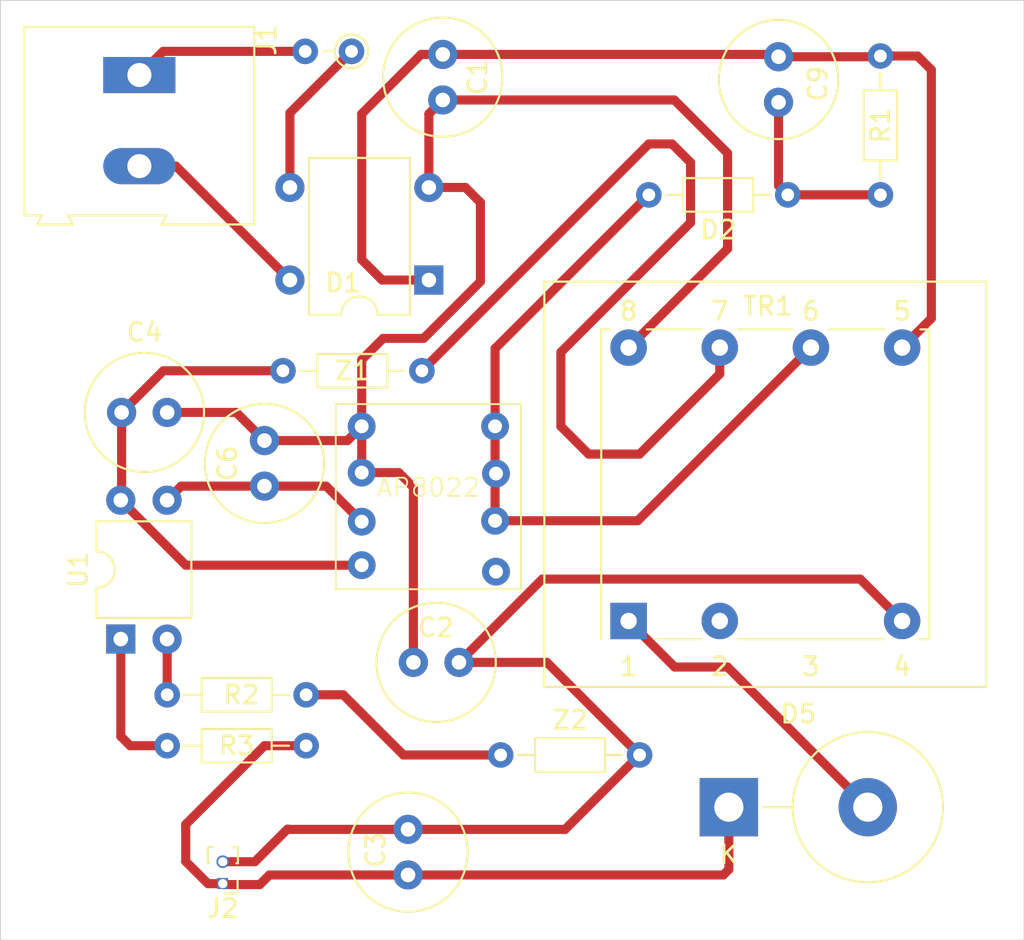
<source format=kicad_pcb>
(kicad_pcb (version 20240108) (generator "pcbnew") (generator_version "8.0")
  (layers (0 "F.Cu" signal) (31 "B.Cu" signal) (34 "B.Paste" user) (35 "F.Paste" user) (36 "B.SilkS" user "B.Silkscreen") (37 "F.SilkS" user "F.Silkscreen") (38 "B.Mask" user) (39 "F.Mask" user) (44 "Edge.Cuts" user))
  (net 0 "")
  (net 1 "Net-(D1-+)")
  (net 2 "GND")
  (net 3 "Net-(D5-K)")
  (net 4 "Net-(AP8022-FB)")
  (net 5 "Net-(AP8022-vdd)")
  (net 6 "Net-(D5-A)")
  (net 7 "Net-(D2-K)")
  (net 8 "Net-(J1-Pin_2)")
  (net 9 "Net-(D2-A)")
  (net 11 "Net-(J1-Pin_1)")
  (net 12 "Net-(R2-Pad2)")
  (net 13 "Net-(R3-Pad2)")
  (net 14 "Net-(D1-Pad3)")
  (net 15 "Net-(J2-Pin_2)")
  (net 16 "Net-(Z2-K)")
  (net 17 "Net-(Z1-A)")
  (footprint "Resistor_THT:R_Axial_DIN0204_L3.6mm_D1.6mm_P2.54mm_Vertical" (layer "F.Cu") (at 103.328 30.226 180)
    (property "Reference" "TH1" (hide yes))
    (property "Value" "ntc10D" (hide yes))
    (fp_line (start 0.92 0) (end 1.54 0) (stroke (width 0.12)) (layer "F.SilkS"))
    (fp_circle (center 0 0) (end 0.92 0) (stroke (width 0.12)) (fill none) (layer "F.SilkS"))
    (pad "1" thru_hole circle (at 0 0 180) (size 1.4 1.4) (drill 0.7) (layers "*.Cu" "*.Mask") (net 14 "Net-(D1-Pad3)"))
    (pad "2" thru_hole oval (at 2.54 0 180) (size 1.4 1.4) (drill 0.7) (layers "*.Cu" "*.Mask") (net 11 "Net-(J1-Pin_1)"))
  )
  (footprint "Resistor_THT:R_Axial_DIN0204_L3.6mm_D1.6mm_P7.62mm_Horizontal" (layer "F.Cu") (at 132.334 30.48 -90)
    (property "Reference" "R1" (at 3.81 0 90) (layer "F.SilkS"))
    (property "Value" "100k" (hide yes))
    (fp_line (start 1.89 0.92) (end 5.73 0.92) (stroke (width 0.12)) (layer "F.SilkS"))
    (fp_line (start 5.73 0.92) (end 5.73 -0.92) (stroke (width 0.12)) (layer "F.SilkS"))
    (fp_line (start 0.94 0) (end 1.89 0) (stroke (width 0.12)) (layer "F.SilkS"))
    (fp_line (start 6.68 0) (end 5.73 0) (stroke (width 0.12)) (layer "F.SilkS"))
    (fp_line (start 1.89 -0.92) (end 1.89 0.92) (stroke (width 0.12)) (layer "F.SilkS"))
    (fp_line (start 5.73 -0.92) (end 1.89 -0.92) (stroke (width 0.12)) (layer "F.SilkS"))
    (pad "1" thru_hole circle (at 0 0 270) (size 1.4 1.4) (drill 0.7) (layers "*.Cu" "*.Mask") (net 1 "Net-(D1-+)"))
    (pad "2" thru_hole oval (at 7.62 0 270) (size 1.4 1.4) (drill 0.7) (layers "*.Cu" "*.Mask") (net 7 "Net-(D2-K)"))
  )
  (footprint "Capacitor_THT:C_Radial_D6.3mm_H11.0mm_P2.50mm" (layer "F.Cu") (at 90.718 50.038)
    (property "Reference" "C4" (at 1.25 -4.4 0) (layer "F.SilkS"))
    (property "Value" "100UF 50V")
    (fp_circle (center 1.25 0) (end 4.52 0) (stroke (width 0.12)) (fill none) (layer "F.SilkS"))
    (pad "1" thru_hole circle (at 0 0) (size 1.6 1.6) (drill 0.8) (layers "*.Cu" "*.Mask") (net 5 "Net-(AP8022-vdd)"))
    (pad "2" thru_hole circle (at 2.5 0) (size 1.6 1.6) (drill 0.8) (layers "*.Cu" "*.Mask") (net 2 "GND"))
  )
  (footprint "Capacitor_THT:C_Radial_D6.3mm_H11.0mm_P2.50mm" (layer "F.Cu") (at 126.746 30.52 -90)
    (property "Reference" "C9" (at 1.484 -2.159 90) (layer "F.SilkS"))
    (property "Value" "1nf(104)")
    (fp_circle (center 1.25 0) (end 4.52 0) (stroke (width 0.12)) (fill none) (layer "F.SilkS"))
    (pad "1" thru_hole circle (at 0 0 270) (size 1.6 1.6) (drill 0.8) (layers "*.Cu" "*.Mask") (net 1 "Net-(D1-+)"))
    (pad "2" thru_hole circle (at 2.5 0 270) (size 1.6 1.6) (drill 0.8) (layers "*.Cu" "*.Mask") (net 7 "Net-(D2-K)"))
  )
  (footprint "Capacitor_THT:C_Radial_D6.3mm_H11.0mm_P2.50mm" (layer "F.Cu") (at 106.426 75.418 90)
    (property "Reference" "C3" (at 1.377 -1.778 -90) (layer "F.SilkS"))
    (property "Value" "1000uf 10v")
    (fp_circle (center 1.25 0) (end 4.52 0) (stroke (width 0.12)) (fill none) (layer "F.SilkS"))
    (pad "1" thru_hole circle (at 0 0 90) (size 1.6 1.6) (drill 0.8) (layers "*.Cu" "*.Mask") (net 3 "Net-(D5-K)"))
    (pad "2" thru_hole circle (at 2.5 0 90) (size 1.6 1.6) (drill 0.8) (layers "*.Cu" "*.Mask") (net 15 "Net-(J2-Pin_2)"))
  )
  (footprint "Capacitor_THT:C_Radial_D6.3mm_H11.0mm_P2.50mm" (layer "F.Cu") (at 98.552 54.082 90)
    (property "Reference" "C6" (at 1.25 -2.032 -90) (layer "F.SilkS"))
    (property "Value" "470PF(471)")
    (fp_circle (center 1.25 0) (end 4.52 0) (stroke (width 0.12)) (fill none) (layer "F.SilkS"))
    (pad "1" thru_hole circle (at 0 0 90) (size 1.6 1.6) (drill 0.8) (layers "*.Cu" "*.Mask") (net 4 "Net-(AP8022-FB)"))
    (pad "2" thru_hole circle (at 2.5 0 90) (size 1.6 1.6) (drill 0.8) (layers "*.Cu" "*.Mask") (net 2 "GND"))
  )
  (footprint "Diode_THT:D_5KPW_P7.62mm_Vertical_KathodeUp" (layer "F.Cu") (at 124.022 71.698)
    (property "Reference" "D5" (at 3.81 -5.12 0) (layer "F.SilkS"))
    (property "Value" "sr360")
    (fp_line (start 3.5 0) (end 1.9 0) (stroke (width 0.12)) (layer "F.SilkS"))
    (fp_circle (center 7.62 0) (end 11.74 0) (stroke (width 0.12)) (fill none) (layer "F.SilkS"))
    (fp_text user "K" (at 0 2.6 0) (layer "F.SilkS"))
    (pad "1" thru_hole rect (at 0 0) (size 3.2 3.2) (drill 1.6) (layers "*.Cu" "*.Mask") (net 3 "Net-(D5-K)"))
    (pad "2" thru_hole oval (at 7.62 0) (size 3.2 3.2) (drill 1.6) (layers "*.Cu" "*.Mask") (net 6 "Net-(D5-A)"))
  )
  (footprint "Resistor_THT:R_Axial_DIN0204_L3.6mm_D1.6mm_P7.62mm_Horizontal" (layer "F.Cu") (at 100.838 65.532 180)
    (property "Reference" "R2" (at 3.556 0 180) (layer "F.SilkS"))
    (property "Value" "150R")
    (fp_line (start 6.68 0) (end 5.73 0) (stroke (width 0.12)) (layer "F.SilkS"))
    (fp_line (start 5.73 0.92) (end 5.73 -0.92) (stroke (width 0.12)) (layer "F.SilkS"))
    (fp_line (start 5.73 -0.92) (end 1.89 -0.92) (stroke (width 0.12)) (layer "F.SilkS"))
    (fp_line (start 1.89 0.92) (end 5.73 0.92) (stroke (width 0.12)) (layer "F.SilkS"))
    (fp_line (start 1.89 -0.92) (end 1.89 0.92) (stroke (width 0.12)) (layer "F.SilkS"))
    (fp_line (start 0.94 0) (end 1.89 0) (stroke (width 0.12)) (layer "F.SilkS"))
    (pad "1" thru_hole circle (at 0 0 180) (size 1.4 1.4) (drill 0.7) (layers "*.Cu" "*.Mask") (net 16 "Net-(Z2-K)"))
    (pad "2" thru_hole oval (at 7.62 0 180) (size 1.4 1.4) (drill 0.7) (layers "*.Cu" "*.Mask") (net 12 "Net-(R2-Pad2)"))
  )
  (footprint "Capacitor_Tantalum_SMD:ap8200" (layer "F.Cu") (at 107.5436 54.6608)
    (property "Reference" "AP8022" (at 0 -0.5 0) (layer "F.SilkS") (effects (font (thickness 0.1))))
    (property "Value" "~")
    (fp_line (start -5.08 -5.08) (end 0 -5.08) (stroke (width 0.1)) (layer "F.SilkS"))
    (fp_line (start -5.08 5.08) (end -5.08 -5.08) (stroke (width 0.1)) (layer "F.SilkS"))
    (fp_line (start 0 -5.08) (end 5.08 -5.08) (stroke (width 0.1)) (layer "F.SilkS"))
    (fp_line (start 5.08 -5.08) (end 5.08 5.08) (stroke (width 0.1)) (layer "F.SilkS"))
    (fp_line (start 5.08 5.08) (end -5.08 5.08) (stroke (width 0.1)) (layer "F.SilkS"))
    (pad "1" thru_hole circle (at -3.6576 -3.8608) (size 1.524 1.524) (drill 0.762) (layers "*.Cu" "*.Mask") (net 2 "GND"))
    (pad "2" thru_hole circle (at -3.6576 -1.3208) (size 1.524 1.524) (drill 0.762) (layers "*.Cu" "*.Mask") (net 2 "GND"))
    (pad "3" thru_hole circle (at -3.6576 1.3716) (size 1.524 1.524) (drill 0.762) (layers "*.Cu" "*.Mask") (net 4 "Net-(AP8022-FB)"))
    (pad "4" thru_hole circle (at -3.6576 3.7592) (size 1.524 1.524) (drill 0.762) (layers "*.Cu" "*.Mask") (net 5 "Net-(AP8022-vdd)"))
    (pad "5" thru_hole circle (at 3.7084 4.1148) (size 1.524 1.524) (drill 0.762) (layers "*.Cu" "*.Mask"))
    (pad "6" thru_hole circle (at 3.6576 1.3208) (size 1.524 1.524) (drill 0.762) (layers "*.Cu" "*.Mask") (net 9 "Net-(D2-A)"))
    (pad "7" thru_hole circle (at 3.7084 -1.27) (size 1.524 1.524) (drill 0.762) (layers "*.Cu" "*.Mask") (net 9 "Net-(D2-A)"))
    (pad "8" thru_hole circle (at 3.6576 -3.8608) (size 1.524 1.524) (drill 0.762) (layers "*.Cu" "*.Mask") (net 9 "Net-(D2-A)"))
  )
  (footprint "Capacitor_THT:C_Radial_D6.3mm_H11.0mm_P2.50mm" (layer "F.Cu") (at 106.72 63.754)
    (property "Reference" "C2" (at 1.23 -1.905 0) (layer "F.SilkS"))
    (property "Value" "2.2nF(222)")
    (fp_circle (center 1.25 0) (end 4.52 0) (stroke (width 0.12)) (fill none) (layer "F.SilkS"))
    (pad "1" thru_hole circle (at 0 0) (size 1.6 1.6) (drill 0.8) (layers "*.Cu" "*.Mask") (net 2 "GND"))
    (pad "2" thru_hole circle (at 2.5 0) (size 1.6 1.6) (drill 0.8) (layers "*.Cu" "*.Mask") (net 15 "Net-(J2-Pin_2)"))
  )
  (footprint "Capacitor_THT:C_Radial_D6.3mm_H11.0mm_P2.50mm" (layer "F.Cu") (at 108.331 30.393 -90)
    (property "Reference" "C1" (at 1.25 -1.905 90) (layer "F.SilkS"))
    (property "Value" "10uf 400v")
    (fp_circle (center 1.25 0) (end 4.52 0) (stroke (width 0.12)) (fill none) (layer "F.SilkS"))
    (pad "1" thru_hole circle (at 0 0 270) (size 1.6 1.6) (drill 0.8) (layers "*.Cu" "*.Mask") (net 1 "Net-(D1-+)"))
    (pad "2" thru_hole circle (at 2.5 0 270) (size 1.6 1.6) (drill 0.8) (layers "*.Cu" "*.Mask") (net 2 "GND"))
  )
  (footprint "TerminalBlock:TerminalBlock_Altech_AK300-2_P5.00mm" (layer "F.Cu") (at 91.694 31.525 -90)
    (property "Reference" "J1" (at -1.92 -6.99 90) (layer "F.SilkS"))
    (property "Value" "Screw_Terminal_01x02" (hide yes))
    (fp_line (start -2.65 6.3) (end 7.7 6.3) (stroke (width 0.12)) (layer "F.SilkS"))
    (fp_line (start 7.7 6.3) (end 7.7 5.35) (stroke (width 0.12)) (layer "F.SilkS"))
    (fp_line (start 8.2 5.6) (end 8.2 3.7) (stroke (width 0.12)) (layer "F.SilkS"))
    (fp_line (start 7.7 5.35) (end 8.2 5.6) (stroke (width 0.12)) (layer "F.SilkS"))
    (fp_line (start 7.7 3.9) (end 7.7 -1.5) (stroke (width 0.12)) (layer "F.SilkS"))
    (fp_line (start 8.2 3.7) (end 8.2 3.65) (stroke (width 0.12)) (layer "F.SilkS"))
    (fp_line (start 8.2 3.65) (end 7.7 3.9) (stroke (width 0.12)) (layer "F.SilkS"))
    (fp_line (start 8.2 -1.2) (end 8.2 -6.3) (stroke (width 0.12)) (layer "F.SilkS"))
    (fp_line (start 7.7 -1.5) (end 8.2 -1.2) (stroke (width 0.12)) (layer "F.SilkS"))
    (fp_line (start -2.65 -6.3) (end -2.65 6.3) (stroke (width 0.12)) (layer "F.SilkS"))
    (fp_line (start 8.2 -6.3) (end -2.65 -6.3) (stroke (width 0.12)) (layer "F.SilkS"))
    (pad "1" thru_hole rect (at 0 0 270) (size 1.98 3.96) (drill 1.32) (layers "*.Cu" "*.Mask") (net 11 "Net-(J1-Pin_1)"))
    (pad "2" thru_hole oval (at 5 0 270) (size 1.98 3.96) (drill 1.32) (layers "*.Cu" "*.Mask") (net 8 "Net-(J1-Pin_2)"))
  )
  (footprint "Resistor_THT:R_Axial_DIN0204_L3.6mm_D1.6mm_P7.62mm_Horizontal" (layer "F.Cu") (at 100.838 68.326 180)
    (property "Reference" "R3" (at 3.81 0 180) (layer "F.SilkS"))
    (property "Value" "56R")
    (fp_line (start 6.68 0) (end 5.73 0) (stroke (width 0.12)) (layer "F.SilkS"))
    (fp_line (start 5.73 0.92) (end 5.73 -0.92) (stroke (width 0.12)) (layer "F.SilkS"))
    (fp_line (start 5.73 -0.92) (end 1.89 -0.92) (stroke (width 0.12)) (layer "F.SilkS"))
    (fp_line (start 1.89 0.92) (end 5.73 0.92) (stroke (width 0.12)) (layer "F.SilkS"))
    (fp_line (start 1.89 -0.92) (end 1.89 0.92) (stroke (width 0.12)) (layer "F.SilkS"))
    (fp_line (start 0.94 0) (end 1.89 0) (stroke (width 0.12)) (layer "F.SilkS"))
    (pad "1" thru_hole circle (at 0 0 180) (size 1.4 1.4) (drill 0.7) (layers "*.Cu" "*.Mask") (net 3 "Net-(D5-K)"))
    (pad "2" thru_hole oval (at 7.62 0 180) (size 1.4 1.4) (drill 0.7) (layers "*.Cu" "*.Mask") (net 13 "Net-(R3-Pad2)"))
  )
  (footprint "Transformer_THT:Transformer_Breve_TEZ-22x24" (layer "F.Cu") (at 118.524 61.482)
    (property "Reference" "TR1" (at 7.627 -17.279 0) (layer "F.SilkS"))
    (property "Value" "TEZ0.5-D-2")
    (fp_line (start -4.62 -18.62) (end -4.62 3.62) (stroke (width 0.12)) (layer "F.SilkS"))
    (fp_line (start -4.62 -18.62) (end 19.62 -18.62) (stroke (width 0.12)) (layer "F.SilkS"))
    (fp_line (start -1.5 1) (end -1.5 -16) (stroke (width 0.12)) (layer "F.SilkS"))
    (fp_line (start -1 -16) (end -1.5 -16) (stroke (width 0.12)) (layer "F.SilkS"))
    (fp_line (start 1 -16) (end 4 -16) (stroke (width 0.12)) (layer "F.SilkS"))
    (fp_line (start 4 1) (end 1.5 1) (stroke (width 0.12)) (layer "F.SilkS"))
    (fp_line (start 6 -16) (end 9 -16) (stroke (width 0.12)) (layer "F.SilkS"))
    (fp_line (start 6 1) (end 14 1) (stroke (width 0.12)) (layer "F.SilkS"))
    (fp_line (start 11 -16) (end 14 -16) (stroke (width 0.12)) (layer "F.SilkS"))
    (fp_line (start 16 -16) (end 16.5 -16) (stroke (width 0.12)) (layer "F.SilkS"))
    (fp_line (start 16 1) (end 16.5 1) (stroke (width 0.12)) (layer "F.SilkS"))
    (fp_line (start 16.5 1) (end 16.5 -16) (stroke (width 0.12)) (layer "F.SilkS"))
    (fp_line (start 19.62 3.62) (end -4.62 3.62) (stroke (width 0.12)) (layer "F.SilkS"))
    (fp_line (start 19.62 3.62) (end 19.62 -18.62) (stroke (width 0.12)) (layer "F.SilkS"))
    (fp_text user "4" (at 15 2.5 0) (layer "F.SilkS"))
    (fp_text user "1" (at 0 2.5 0) (layer "F.SilkS"))
    (fp_text user "2" (at 5 2.5 0) (layer "F.SilkS"))
    (fp_text user "3" (at 10 2.5 0) (layer "F.SilkS"))
    (fp_text user "7" (at 5 -17 0) (layer "F.SilkS"))
    (fp_text user "8" (at 0 -17 0) (layer "F.SilkS"))
    (fp_text user "5" (at 15 -17 0) (layer "F.SilkS"))
    (fp_text user "6" (at 10 -17 0) (layer "F.SilkS"))
    (pad "1" thru_hole rect (at 0 0) (size 2 2) (drill 0.9) (layers "*.Cu" "*.Mask") (net 6 "Net-(D5-A)"))
    (pad "2" thru_hole circle (at 5 0) (size 2 2) (drill 0.9) (layers "*.Cu" "*.Mask"))
    (pad "4" thru_hole circle (at 15 0) (size 2 2) (drill 0.9) (layers "*.Cu" "*.Mask") (net 15 "Net-(J2-Pin_2)"))
    (pad "5" thru_hole circle (at 15 -15) (size 2 2) (drill 0.9) (layers "*.Cu" "*.Mask") (net 1 "Net-(D1-+)"))
    (pad "6" thru_hole circle (at 10 -15) (size 2 2) (drill 0.9) (layers "*.Cu" "*.Mask") (net 9 "Net-(D2-A)"))
    (pad "7" thru_hole circle (at 5 -15) (size 2 2) (drill 0.9) (layers "*.Cu" "*.Mask") (net 17 "Net-(Z1-A)"))
    (pad "8" thru_hole circle (at 0 -15) (size 2 2) (drill 0.9) (layers "*.Cu" "*.Mask") (net 2 "GND"))
  )
  (footprint "Package_DIP:DIP-4_W7.62mm" (layer "F.Cu") (at 90.673 62.474 90)
    (property "Reference" "U1" (at 3.81 -2.33 -90) (layer "F.SilkS"))
    (property "Value" "PC817")
    (fp_line (start 6.46 -1.33) (end 4.81 -1.33) (stroke (width 0.12)) (layer "F.SilkS"))
    (fp_line (start 2.81 -1.33) (end 1.16 -1.33) (stroke (width 0.12)) (layer "F.SilkS"))
    (fp_line (start 1.16 -1.33) (end 1.16 3.87) (stroke (width 0.12)) (layer "F.SilkS"))
    (fp_line (start 6.46 3.87) (end 6.46 -1.33) (stroke (width 0.12)) (layer "F.SilkS"))
    (fp_line (start 1.16 3.87) (end 6.46 3.87) (stroke (width 0.12)) (layer "F.SilkS"))
    (fp_arc (start 4.81 -1.33) (mid 3.81 -0.33) (end 2.81 -1.33) (stroke (width 0.12)) (layer "F.SilkS"))
    (pad "1" thru_hole rect (at 0 0 90) (size 1.6 1.6) (drill 0.8) (layers "*.Cu" "*.Mask") (net 13 "Net-(R3-Pad2)"))
    (pad "2" thru_hole oval (at 0 2.54 90) (size 1.6 1.6) (drill 0.8) (layers "*.Cu" "*.Mask") (net 12 "Net-(R2-Pad2)"))
    (pad "3" thru_hole oval (at 7.62 2.54 90) (size 1.6 1.6) (drill 0.8) (layers "*.Cu" "*.Mask") (net 4 "Net-(AP8022-FB)"))
    (pad "4" thru_hole oval (at 7.62 0 90) (size 1.6 1.6) (drill 0.8) (layers "*.Cu" "*.Mask") (net 5 "Net-(AP8022-vdd)"))
  )
  (footprint "Resistor_THT:R_Axial_DIN0204_L3.6mm_D1.6mm_P7.62mm_Horizontal" (layer "F.Cu") (at 99.568 47.752)
    (property "Reference" "Z1" (at 3.81 0 0) (layer "F.SilkS"))
    (property "Value" "1N4148" (hide yes))
    (fp_line (start 0.94 0) (end 1.89 0) (stroke (width 0.12)) (layer "F.SilkS"))
    (fp_line (start 1.89 -0.92) (end 1.89 0.92) (stroke (width 0.12)) (layer "F.SilkS"))
    (fp_line (start 1.89 0.92) (end 5.73 0.92) (stroke (width 0.12)) (layer "F.SilkS"))
    (fp_line (start 5.73 -0.92) (end 1.89 -0.92) (stroke (width 0.12)) (layer "F.SilkS"))
    (fp_line (start 5.73 0.92) (end 5.73 -0.92) (stroke (width 0.12)) (layer "F.SilkS"))
    (fp_line (start 6.68 0) (end 5.73 0) (stroke (width 0.12)) (layer "F.SilkS"))
    (pad "1" thru_hole circle (at 0 0) (size 1.4 1.4) (drill 0.7) (layers "*.Cu" "*.Mask") (net 5 "Net-(AP8022-vdd)"))
    (pad "2" thru_hole oval (at 7.62 0) (size 1.4 1.4) (drill 0.7) (layers "*.Cu" "*.Mask") (net 17 "Net-(Z1-A)"))
  )
  (footprint "Resistor_THT:R_Axial_DIN0204_L3.6mm_D1.6mm_P7.62mm_Horizontal" (layer "F.Cu") (at 127.254 38.1 180)
    (property "Reference" "D2" (at 3.81 -1.92 180) (layer "F.SilkS"))
    (property "Value" "1n4007")
    (fp_line (start 6.68 0) (end 5.73 0) (stroke (width 0.12)) (layer "F.SilkS"))
    (fp_line (start 5.73 0.92) (end 5.73 -0.92) (stroke (width 0.12)) (layer "F.SilkS"))
    (fp_line (start 5.73 -0.92) (end 1.89 -0.92) (stroke (width 0.12)) (layer "F.SilkS"))
    (fp_line (start 1.89 0.92) (end 5.73 0.92) (stroke (width 0.12)) (layer "F.SilkS"))
    (fp_line (start 1.89 -0.92) (end 1.89 0.92) (stroke (width 0.12)) (layer "F.SilkS"))
    (fp_line (start 0.94 0) (end 1.89 0) (stroke (width 0.12)) (layer "F.SilkS"))
    (pad "1" thru_hole circle (at 0 0 180) (size 1.4 1.4) (drill 0.7) (layers "*.Cu" "*.Mask") (net 7 "Net-(D2-K)"))
    (pad "2" thru_hole oval (at 7.62 0 180) (size 1.4 1.4) (drill 0.7) (layers "*.Cu" "*.Mask") (net 9 "Net-(D2-A)"))
  )
  (footprint "Diode_THT:Diode_Bridge_DIP-4_W7.62mm_P5.08mm" (layer "F.Cu") (at 107.569 42.773 180)
    (property "Reference" "D1" (at 4.699 -0.153 180) (layer "F.SilkS"))
    (property "Value" "DB107")
    (fp_line (start 6.58 6.7) (end 6.58 -1.9) (stroke (width 0.12)) (layer "F.SilkS"))
    (fp_line (start 6.58 -1.9) (end 4.81 -1.9) (stroke (width 0.12)) (layer "F.SilkS"))
    (fp_line (start 2.81 -1.9) (end 1.04 -1.9) (stroke (width 0.12)) (layer "F.SilkS"))
    (fp_line (start 1.04 6.7) (end 6.58 6.7) (stroke (width 0.12)) (layer "F.SilkS"))
    (fp_line (start 1.04 -1.9) (end 1.04 6.7) (stroke (width 0.12)) (layer "F.SilkS"))
    (fp_arc (start 4.81 -1.9) (mid 3.81 -0.9) (end 2.81 -1.9) (stroke (width 0.12)) (layer "F.SilkS"))
    (pad "1" thru_hole rect (at 0 0 180) (size 1.6 1.6) (drill 0.8) (layers "*.Cu" "*.Mask") (net 1 "Net-(D1-+)"))
    (pad "2" thru_hole oval (at 0 5.08 180) (size 1.6 1.6) (drill 0.8) (layers "*.Cu" "*.Mask") (net 2 "GND"))
    (pad "3" thru_hole oval (at 7.62 5.08 180) (size 1.6 1.6) (drill 0.8) (layers "*.Cu" "*.Mask") (net 14 "Net-(D1-Pad3)"))
    (pad "4" thru_hole oval (at 7.62 0 180) (size 1.6 1.6) (drill 0.8) (layers "*.Cu" "*.Mask") (net 8 "Net-(J1-Pin_2)"))
  )
  (footprint "Connector_PinHeader_1.00mm:PinHeader_1x02_P1.00mm_Vertical" (layer "F.Cu") (at 96.266 75.692 180)
    (property "Reference" "J2" (at 0 -1.56 180) (layer "F.SilkS"))
    (property "Value" "Conn_01x02_Pin")
    (fp_line (start 0.8128 0.9341) (end 0.8128 1.8091) (stroke (width 0.12)) (layer "F.SilkS"))
    (fp_line (start 0.726076 0.9341) (end 0.8128 0.9341) (stroke (width 0.12)) (layer "F.SilkS"))
    (fp_line (start 0.512293 1.8091) (end 0.829 1.8091) (stroke (width 0.12)) (layer "F.SilkS"))
    (fp_line (start -0.8128 -0.0508) (end -0.8128 -0.7358) (stroke (width 0.12)) (layer "F.SilkS"))
    (fp_line (start -0.8128 -0.7358) (end -0.1178 -0.7358) (stroke (width 0.12)) (layer "F.SilkS"))
    (fp_line (start -0.8312 1.7943) (end -0.530693 1.7943) (stroke (width 0.12)) (layer "F.SilkS"))
    (fp_line (start -0.8312 0.9193) (end -0.744476 0.9193) (stroke (width 0.12)) (layer "F.SilkS"))
    (fp_line (start -0.8312 0.9193) (end -0.8312 1.7943) (stroke (width 0.12)) (layer "F.SilkS"))
    (pad "1" thru_hole rect (at 0 -0.2032 180) (size 0.599204 0.599204) (drill 0.5 (offset 0.010787 0.010787)) (layers "*.Cu" "*.Mask") (net 3 "Net-(D5-K)"))
    (pad "2" thru_hole oval (at 0 1 180) (size 0.692412 0.692412) (drill 0.5) (layers "*.Cu" "*.Mask") (net 15 "Net-(J2-Pin_2)"))
  )
  (footprint "Resistor_THT:R_Axial_DIN0204_L3.6mm_D1.6mm_P7.62mm_Horizontal" (layer "F.Cu") (at 111.506 68.834)
    (property "Reference" "Z2" (at 3.81 -1.92 0) (layer "F.SilkS"))
    (property "Value" "5V ZENER" (hide yes))
    (fp_line (start 0.94 0) (end 1.89 0) (stroke (width 0.12)) (layer "F.SilkS"))
    (fp_line (start 1.89 -0.92) (end 1.89 0.92) (stroke (width 0.12)) (layer "F.SilkS"))
    (fp_line (start 1.89 0.92) (end 5.73 0.92) (stroke (width 0.12)) (layer "F.SilkS"))
    (fp_line (start 5.73 -0.92) (end 1.89 -0.92) (stroke (width 0.12)) (layer "F.SilkS"))
    (fp_line (start 5.73 0.92) (end 5.73 -0.92) (stroke (width 0.12)) (layer "F.SilkS"))
    (fp_line (start 6.68 0) (end 5.73 0) (stroke (width 0.12)) (layer "F.SilkS"))
    (pad "1" thru_hole circle (at 0 0) (size 1.4 1.4) (drill 0.7) (layers "*.Cu" "*.Mask") (net 16 "Net-(Z2-K)"))
    (pad "2" thru_hole oval (at 7.62 0) (size 1.4 1.4) (drill 0.7) (layers "*.Cu" "*.Mask") (net 15 "Net-(J2-Pin_2)"))
  )
  (gr_line (start 140.208 27.432) (end 84.074 27.432) (stroke (width 0.05)) (layer "Edge.Cuts"))
  (gr_line (start 84.074 27.432) (end 84.074 78.994) (stroke (width 0.05)) (layer "Edge.Cuts"))
  (gr_line (start 84.074 78.994) (end 140.208 78.994) (stroke (width 0.05)) (layer "Edge.Cuts"))
  (gr_line (start 140.208 78.994) (end 140.208 27.686) (stroke (width 0.05)) (layer "Edge.Cuts"))
  (gr_line (start 140.208 27.686) (end 140.208 27.432) (stroke (width 0.05)) (layer "Edge.Cuts"))
  (segment (start 105.003 42.773) (end 103.886 41.656) (width 0.5) (layer "F.Cu") (net 1))
  (segment (start 103.886 41.656) (end 103.886 33.655) (width 0.5) (layer "F.Cu") (net 1))
  (segment (start 132.294 30.52) (end 132.334 30.48) (width 0.5) (layer "F.Cu") (net 1))
  (segment (start 134.366 30.48) (end 135.128 31.242) (width 0.5) (layer "F.Cu") (net 1))
  (segment (start 126.746 30.52) (end 126.619 30.393) (width 0.5) (layer "F.Cu") (net 1))
  (segment (start 126.619 30.393) (end 108.331 30.393) (width 0.5) (layer "F.Cu") (net 1))
  (segment (start 107.569 42.773) (end 105.003 42.773) (width 0.5) (layer "F.Cu") (net 1))
  (segment (start 132.334 30.48) (end 134.366 30.48) (width 0.5) (layer "F.Cu") (net 1))
  (segment (start 126.746 30.52) (end 132.294 30.52) (width 0.5) (layer "F.Cu") (net 1))
  (segment (start 107.148 30.393) (end 108.331 30.393) (width 0.5) (layer "F.Cu") (net 1))
  (segment (start 103.886 33.655) (end 107.148 30.393) (width 0.5) (layer "F.Cu") (net 1))
  (segment (start 135.128 44.878) (end 133.524 46.482) (width 0.5) (layer "F.Cu") (net 1))
  (segment (start 135.128 31.242) (end 135.128 44.878) (width 0.5) (layer "F.Cu") (net 1))
  (segment (start 103.886 50.8) (end 103.886 53.34) (width 0.5) (layer "F.Cu") (net 2))
  (segment (start 110.396 42.86) (end 107.282 45.974) (width 0.5) (layer "F.Cu") (net 2))
  (segment (start 123.952 41.054) (end 118.524 46.482) (width 0.5) (layer "F.Cu") (net 2))
  (segment (start 103.886 47.15) (end 103.886 50.8) (width 0.5) (layer "F.Cu") (net 2))
  (segment (start 93.218 50.038) (end 97.008 50.038) (width 0.5) (layer "F.Cu") (net 2))
  (segment (start 106.72 54.142) (end 105.918 53.34) (width 0.5) (layer "F.Cu") (net 2))
  (segment (start 123.952 35.814) (end 123.952 41.054) (width 0.5) (layer "F.Cu") (net 2))
  (segment (start 105.062 45.974) (end 103.886 47.15) (width 0.5) (layer "F.Cu") (net 2))
  (segment (start 103.886 53.34) (end 105.918 53.34) (width 0.5) (layer "F.Cu") (net 2))
  (segment (start 110.396 42.86) (end 110.396 38.514) (width 0.5) (layer "F.Cu") (net 2))
  (segment (start 97.008 50.038) (end 98.552 51.582) (width 0.5) (layer "F.Cu") (net 2))
  (segment (start 110.396 38.514) (end 109.575 37.693) (width 0.5) (layer "F.Cu") (net 2))
  (segment (start 108.331 32.893) (end 121.031 32.893) (width 0.5) (layer "F.Cu") (net 2))
  (segment (start 107.569 33.655) (end 108.331 32.893) (width 0.5) (layer "F.Cu") (net 2))
  (segment (start 107.569 37.693) (end 107.569 33.655) (width 0.5) (layer "F.Cu") (net 2))
  (segment (start 98.552 51.582) (end 103.104 51.582) (width 0.5) (layer "F.Cu") (net 2))
  (segment (start 103.104 51.582) (end 103.886 50.8) (width 0.5) (layer "F.Cu") (net 2))
  (segment (start 107.282 45.974) (end 105.062 45.974) (width 0.5) (layer "F.Cu") (net 2))
  (segment (start 107.569 37.693) (end 109.575 37.693) (width 0.5) (layer "F.Cu") (net 2))
  (segment (start 106.72 63.754) (end 106.72 54.142) (width 0.5) (layer "F.Cu") (net 2))
  (segment (start 121.031 32.893) (end 123.952 35.814) (width 0.5) (layer "F.Cu") (net 2))
  (segment (start 124.022 71.698) (end 124.022 75.114) (width 0.5) (layer "F.Cu") (net 3))
  (segment (start 100.838 68.326) (end 98.552 68.326) (width 0.5) (layer "F.Cu") (net 3))
  (segment (start 100.838 68.326) (end 100.584 68.58) (width 0.5) (layer "F.Cu") (net 3))
  (segment (start 95.4532 75.8952) (end 96.266 75.8952) (width 0.5) (layer "F.Cu") (net 3))
  (segment (start 98.552 68.326) (end 94.234 72.644) (width 0.5) (layer "F.Cu") (net 3))
  (segment (start 106.426 75.418) (end 98.826 75.418) (width 0.5) (layer "F.Cu") (net 3))
  (segment (start 94.234 74.676) (end 95.4532 75.8952) (width 0.5) (layer "F.Cu") (net 3))
  (segment (start 96.3168 75.946) (end 96.266 75.8952) (width 0.5) (layer "F.Cu") (net 3))
  (segment (start 94.234 72.644) (end 94.234 74.676) (width 0.5) (layer "F.Cu") (net 3))
  (segment (start 98.298 75.946) (end 96.3168 75.946) (width 0.5) (layer "F.Cu") (net 3))
  (segment (start 98.826 75.418) (end 98.298 75.946) (width 0.5) (layer "F.Cu") (net 3))
  (segment (start 124.022 75.114) (end 123.718 75.418) (width 0.5) (layer "F.Cu") (net 3))
  (segment (start 123.718 75.418) (end 106.426 75.418) (width 0.5) (layer "F.Cu") (net 3))
  (segment (start 98.552 54.082) (end 93.985 54.082) (width 0.5) (layer "F.Cu") (net 4))
  (segment (start 93.985 54.082) (end 93.213 54.854) (width 0.5) (layer "F.Cu") (net 4))
  (segment (start 101.9356 54.082) (end 103.886 56.0324) (width 0.5) (layer "F.Cu") (net 4))
  (segment (start 98.552 54.082) (end 101.9356 54.082) (width 0.5) (layer "F.Cu") (net 4))
  (segment (start 90.718 50.038) (end 90.718 54.809) (width 0.5) (layer "F.Cu") (net 5))
  (segment (start 90.673 54.854) (end 94.239 58.42) (width 0.5) (layer "F.Cu") (net 5))
  (segment (start 90.718 54.809) (end 90.673 54.854) (width 0.5) (layer "F.Cu") (net 5))
  (segment (start 93.004 47.752) (end 90.718 50.038) (width 0.5) (layer "F.Cu") (net 5))
  (segment (start 94.239 58.42) (end 103.886 58.42) (width 0.5) (layer "F.Cu") (net 5))
  (segment (start 99.568 47.752) (end 93.004 47.752) (width 0.5) (layer "F.Cu") (net 5))
  (segment (start 121.05 64.008) (end 123.952 64.008) (width 0.5) (layer "F.Cu") (net 6))
  (segment (start 118.524 61.482) (end 118.524 60.8) (width 0.5) (layer "F.Cu") (net 6))
  (segment (start 123.952 64.008) (end 131.642 71.698) (width 0.5) (layer "F.Cu") (net 6))
  (segment (start 118.524 61.482) (end 121.05 64.008) (width 0.5) (layer "F.Cu") (net 6))
  (segment (start 126.746 37.592) (end 127.254 38.1) (width 0.5) (layer "F.Cu") (net 7))
  (segment (start 132.334 38.1) (end 127.254 38.1) (width 0.5) (layer "F.Cu") (net 7))
  (segment (start 126.746 33.02) (end 126.746 37.592) (width 0.5) (layer "F.Cu") (net 7))
  (segment (start 93.701 36.525) (end 99.949 42.773) (width 0.5) (layer "F.Cu") (net 8))
  (segment (start 91.694 36.525) (end 93.701 36.525) (width 0.5) (layer "F.Cu") (net 8))
  (segment (start 111.2012 50.8) (end 111.2012 46.5328) (width 0.5) (layer "F.Cu") (net 9))
  (segment (start 111.2012 53.34) (end 111.252 53.3908) (width 0.5) (layer "F.Cu") (net 9))
  (segment (start 111.2012 53.4416) (end 111.252 53.3908) (width 0.5) (layer "F.Cu") (net 9))
  (segment (start 119.0244 55.9816) (end 111.2012 55.9816) (width 0.5) (layer "F.Cu") (net 9))
  (segment (start 111.2012 46.5328) (end 119.634 38.1) (width 0.5) (layer "F.Cu") (net 9))
  (segment (start 111.2012 50.8) (end 111.2012 53.34) (width 0.5) (layer "F.Cu") (net 9))
  (segment (start 128.524 46.482) (end 119.0244 55.9816) (width 0.5) (layer "F.Cu") (net 9))
  (segment (start 111.2012 55.9816) (end 111.2012 53.4416) (width 0.5) (layer "F.Cu") (net 9))
  (segment (start 92.993 30.226) (end 91.694 31.525) (width 0.5) (layer "F.Cu") (net 11))
  (segment (start 100.788 30.226) (end 92.993 30.226) (width 0.5) (layer "F.Cu") (net 11))
  (segment (start 93.218 65.532) (end 93.218 62.479) (width 0.5) (layer "F.Cu") (net 12))
  (segment (start 93.218 62.479) (end 93.213 62.474) (width 0.5) (layer "F.Cu") (net 12))
  (segment (start 90.673 67.813) (end 90.673 62.474) (width 0.5) (layer "F.Cu") (net 13))
  (segment (start 91.186 68.326) (end 90.673 67.813) (width 0.5) (layer "F.Cu") (net 13))
  (segment (start 93.218 68.326) (end 91.186 68.326) (width 0.5) (layer "F.Cu") (net 13))
  (segment (start 99.949 37.693) (end 99.949 33.605) (width 0.5) (layer "F.Cu") (net 14))
  (segment (start 99.949 33.605) (end 103.328 30.226) (width 0.5) (layer "F.Cu") (net 14))
  (segment (start 113.792 59.182) (end 109.22 63.754) (width 0.5) (layer "F.Cu") (net 15))
  (segment (start 98.028 74.692) (end 96.266 74.692) (width 0.5) (layer "F.Cu") (net 15))
  (segment (start 131.224 59.182) (end 113.792 59.182) (width 0.5) (layer "F.Cu") (net 15))
  (segment (start 114.046 63.754) (end 109.22 63.754) (width 0.5) (layer "F.Cu") (net 15))
  (segment (start 131.224 59.182) (end 133.524 61.482) (width 0.5) (layer "F.Cu") (net 15))
  (segment (start 99.842 72.918) (end 106.426 72.918) (width 0.5) (layer "F.Cu") (net 15))
  (segment (start 119.126 68.834) (end 115.042 72.918) (width 0.5) (layer "F.Cu") (net 15))
  (segment (start 106.411 72.903) (end 106.426 72.918) (width 0.5) (layer "F.Cu") (net 15))
  (segment (start 119.126 68.834) (end 114.046 63.754) (width 0.5) (layer "F.Cu") (net 15))
  (segment (start 99.822 72.898) (end 98.028 74.692) (width 0.5) (layer "F.Cu") (net 15))
  (segment (start 115.042 72.918) (end 106.426 72.918) (width 0.5) (layer "F.Cu") (net 15))
  (segment (start 111.506 68.834) (end 106.172 68.834) (width 0.5) (layer "F.Cu") (net 16))
  (segment (start 102.87 65.532) (end 100.838 65.532) (width 0.5) (layer "F.Cu") (net 16))
  (segment (start 106.172 68.834) (end 102.87 65.532) (width 0.5) (layer "F.Cu") (net 16))
  (segment (start 121.92 39.624) (end 121.92 36.322) (width 0.5) (layer "F.Cu") (net 17))
  (segment (start 114.808 46.736) (end 121.92 39.624) (width 0.5) (layer "F.Cu") (net 17))
  (segment (start 123.524 46.482) (end 123.524 47.926) (width 0.5) (layer "F.Cu") (net 17))
  (segment (start 123.524 47.926) (end 119.126 52.324) (width 0.5) (layer "F.Cu") (net 17))
  (segment (start 121.92 36.322) (end 120.904 35.306) (width 0.5) (layer "F.Cu") (net 17))
  (segment (start 119.634 35.306) (end 107.188 47.752) (width 0.5) (layer "F.Cu") (net 17))
  (segment (start 119.126 52.324) (end 116.332 52.324) (width 0.5) (layer "F.Cu") (net 17))
  (segment (start 114.808 50.8) (end 114.808 46.736) (width 0.5) (layer "F.Cu") (net 17))
  (segment (start 116.332 52.324) (end 114.808 50.8) (width 0.5) (layer "F.Cu") (net 17))
  (segment (start 120.904 35.306) (end 119.634 35.306) (width 0.5) (layer "F.Cu") (net 17))
)
</source>
